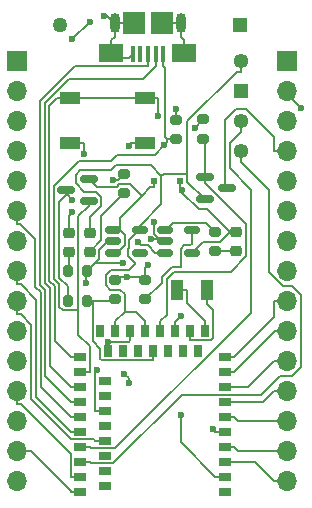
<source format=gtl>
G04 #@! TF.GenerationSoftware,KiCad,Pcbnew,6.0.1-79c1e3a40b~116~ubuntu21.04.1*
G04 #@! TF.CreationDate,2022-03-24T20:17:53+11:00*
G04 #@! TF.ProjectId,833iot,38333369-6f74-42e6-9b69-6361645f7063,rev?*
G04 #@! TF.SameCoordinates,Original*
G04 #@! TF.FileFunction,Copper,L1,Top*
G04 #@! TF.FilePolarity,Positive*
%FSLAX46Y46*%
G04 Gerber Fmt 4.6, Leading zero omitted, Abs format (unit mm)*
G04 Created by KiCad (PCBNEW 6.0.1-79c1e3a40b~116~ubuntu21.04.1) date 2022-03-24 20:17:53*
%MOMM*%
%LPD*%
G01*
G04 APERTURE LIST*
G04 Aperture macros list*
%AMRoundRect*
0 Rectangle with rounded corners*
0 $1 Rounding radius*
0 $2 $3 $4 $5 $6 $7 $8 $9 X,Y pos of 4 corners*
0 Add a 4 corners polygon primitive as box body*
4,1,4,$2,$3,$4,$5,$6,$7,$8,$9,$2,$3,0*
0 Add four circle primitives for the rounded corners*
1,1,$1+$1,$2,$3*
1,1,$1+$1,$4,$5*
1,1,$1+$1,$6,$7*
1,1,$1+$1,$8,$9*
0 Add four rect primitives between the rounded corners*
20,1,$1+$1,$2,$3,$4,$5,0*
20,1,$1+$1,$4,$5,$6,$7,0*
20,1,$1+$1,$6,$7,$8,$9,0*
20,1,$1+$1,$8,$9,$2,$3,0*%
G04 Aperture macros list end*
G04 #@! TA.AperFunction,SMDPad,CuDef*
%ADD10RoundRect,0.200000X0.275000X-0.200000X0.275000X0.200000X-0.275000X0.200000X-0.275000X-0.200000X0*%
G04 #@! TD*
G04 #@! TA.AperFunction,SMDPad,CuDef*
%ADD11R,0.400000X1.350000*%
G04 #@! TD*
G04 #@! TA.AperFunction,SMDPad,CuDef*
%ADD12R,2.100000X1.600000*%
G04 #@! TD*
G04 #@! TA.AperFunction,SMDPad,CuDef*
%ADD13R,1.900000X1.900000*%
G04 #@! TD*
G04 #@! TA.AperFunction,ComponentPad*
%ADD14O,0.850000X1.700000*%
G04 #@! TD*
G04 #@! TA.AperFunction,SMDPad,CuDef*
%ADD15R,1.700000X1.000000*%
G04 #@! TD*
G04 #@! TA.AperFunction,ComponentPad*
%ADD16R,1.700000X1.700000*%
G04 #@! TD*
G04 #@! TA.AperFunction,ComponentPad*
%ADD17O,1.700000X1.700000*%
G04 #@! TD*
G04 #@! TA.AperFunction,SMDPad,CuDef*
%ADD18R,1.000000X0.650000*%
G04 #@! TD*
G04 #@! TA.AperFunction,SMDPad,CuDef*
%ADD19R,0.650000X1.000000*%
G04 #@! TD*
G04 #@! TA.AperFunction,ComponentPad*
%ADD20R,0.650000X1.000000*%
G04 #@! TD*
G04 #@! TA.AperFunction,ComponentPad*
%ADD21R,1.000000X0.650000*%
G04 #@! TD*
G04 #@! TA.AperFunction,SMDPad,CuDef*
%ADD22RoundRect,0.218750X0.256250X-0.218750X0.256250X0.218750X-0.256250X0.218750X-0.256250X-0.218750X0*%
G04 #@! TD*
G04 #@! TA.AperFunction,SMDPad,CuDef*
%ADD23RoundRect,0.200000X-0.200000X-0.275000X0.200000X-0.275000X0.200000X0.275000X-0.200000X0.275000X0*%
G04 #@! TD*
G04 #@! TA.AperFunction,SMDPad,CuDef*
%ADD24R,1.000000X1.800000*%
G04 #@! TD*
G04 #@! TA.AperFunction,SMDPad,CuDef*
%ADD25RoundRect,0.150000X-0.512500X-0.150000X0.512500X-0.150000X0.512500X0.150000X-0.512500X0.150000X0*%
G04 #@! TD*
G04 #@! TA.AperFunction,ComponentPad*
%ADD26O,1.270000X1.270000*%
G04 #@! TD*
G04 #@! TA.AperFunction,ComponentPad*
%ADD27R,1.270000X1.270000*%
G04 #@! TD*
G04 #@! TA.AperFunction,SMDPad,CuDef*
%ADD28R,0.500000X0.500000*%
G04 #@! TD*
G04 #@! TA.AperFunction,ComponentPad*
%ADD29C,1.270000*%
G04 #@! TD*
G04 #@! TA.AperFunction,SMDPad,CuDef*
%ADD30RoundRect,0.150000X0.587500X0.150000X-0.587500X0.150000X-0.587500X-0.150000X0.587500X-0.150000X0*%
G04 #@! TD*
G04 #@! TA.AperFunction,SMDPad,CuDef*
%ADD31RoundRect,0.150000X-0.587500X-0.150000X0.587500X-0.150000X0.587500X0.150000X-0.587500X0.150000X0*%
G04 #@! TD*
G04 #@! TA.AperFunction,ViaPad*
%ADD32C,0.600000*%
G04 #@! TD*
G04 #@! TA.AperFunction,Conductor*
%ADD33C,0.200000*%
G04 #@! TD*
G04 APERTURE END LIST*
D10*
X32902500Y-42352800D03*
X32902500Y-40702800D03*
D11*
X28502500Y-25677800D03*
X27852500Y-25677800D03*
X27202500Y-25677800D03*
X26552500Y-25677800D03*
X25902500Y-25677800D03*
D12*
X30302500Y-25552800D03*
X24102500Y-25552800D03*
D13*
X28402500Y-23002800D03*
X26002500Y-23002800D03*
D14*
X30027500Y-23002800D03*
X24377500Y-23002800D03*
D15*
X26932500Y-29402800D03*
X20632500Y-29402800D03*
X20632500Y-33202800D03*
X26932500Y-33202800D03*
D10*
X31902500Y-32827800D03*
X31902500Y-31177800D03*
X29602500Y-32852800D03*
X29602500Y-31202800D03*
X24452500Y-46427800D03*
X24452500Y-44777800D03*
D16*
X39022500Y-26222800D03*
D17*
X39022500Y-28762800D03*
X39022500Y-31302800D03*
X39022500Y-33842800D03*
X39022500Y-36382800D03*
X39022500Y-38922800D03*
X39022500Y-41462800D03*
X39022500Y-44002800D03*
X39022500Y-46542800D03*
X39022500Y-49082800D03*
X39022500Y-51622800D03*
X39022500Y-54162800D03*
X39022500Y-56702800D03*
X39022500Y-59242800D03*
X39022500Y-61782800D03*
D18*
X33721500Y-62732800D03*
X33721500Y-61462800D03*
X33721500Y-60192800D03*
X33721500Y-58922800D03*
X33721500Y-57652800D03*
X33721500Y-56382800D03*
X33721500Y-55112800D03*
X33721500Y-53842800D03*
X33721500Y-52572800D03*
X33721500Y-51302800D03*
D19*
X32072500Y-49083800D03*
D20*
X31435500Y-50794800D03*
D19*
X30802500Y-49083800D03*
D20*
X30165500Y-50794800D03*
D19*
X29532500Y-49083800D03*
D20*
X28895500Y-50794800D03*
D19*
X28262500Y-49083800D03*
D20*
X27625500Y-50794800D03*
D19*
X26992500Y-49083800D03*
D20*
X26355500Y-50794800D03*
D19*
X25722500Y-49083800D03*
D20*
X25085500Y-50794800D03*
D19*
X24452500Y-49083800D03*
D20*
X23815500Y-50794800D03*
D19*
X23182500Y-49083800D03*
D18*
X21483500Y-51302800D03*
X21483500Y-52572800D03*
D21*
X23561500Y-53334800D03*
D18*
X21483500Y-53842800D03*
D21*
X23561500Y-54604800D03*
D18*
X21483500Y-55112800D03*
D21*
X23561500Y-55874800D03*
D18*
X21483500Y-56382800D03*
D21*
X23561500Y-57144800D03*
D18*
X21483500Y-57652800D03*
D21*
X23561500Y-58414800D03*
D18*
X21483500Y-58922800D03*
D21*
X23561500Y-59684800D03*
D18*
X21483500Y-60192800D03*
D21*
X23561500Y-60954800D03*
D18*
X21483500Y-61462800D03*
D21*
X23561500Y-62224800D03*
D18*
X21483500Y-62732800D03*
D22*
X22302500Y-42377800D03*
X22302500Y-40802800D03*
X20502500Y-42377800D03*
X20502500Y-40802800D03*
D23*
X20417500Y-46542800D03*
X22067500Y-46542800D03*
D22*
X34702500Y-42290300D03*
X34702500Y-40715300D03*
D24*
X32202500Y-45602800D03*
X29702500Y-45602800D03*
D25*
X28665000Y-40552800D03*
X28665000Y-41502800D03*
X28665000Y-42452800D03*
X30940000Y-42452800D03*
X30940000Y-40552800D03*
D10*
X26952500Y-46427800D03*
X26952500Y-44777800D03*
D26*
X35102500Y-26202800D03*
D27*
X35102500Y-28742800D03*
D26*
X35102500Y-31282800D03*
X35102500Y-33822800D03*
D28*
X27762500Y-36382800D03*
X29962500Y-36382800D03*
D23*
X20417500Y-44002800D03*
X22067500Y-44002800D03*
D25*
X24227500Y-40552800D03*
X24227500Y-41502800D03*
X24227500Y-42452800D03*
X26502500Y-42452800D03*
X26502500Y-40552800D03*
D29*
X19782500Y-23202800D03*
D27*
X35022500Y-23202800D03*
D30*
X22180000Y-38102800D03*
X22180000Y-36202800D03*
X20305000Y-37152800D03*
D16*
X16162500Y-26222800D03*
D17*
X16162500Y-28762800D03*
X16162500Y-31302800D03*
X16162500Y-33842800D03*
X16162500Y-36382800D03*
X16162500Y-38922800D03*
X16162500Y-41462800D03*
X16162500Y-44002800D03*
X16162500Y-46542800D03*
X16162500Y-49082800D03*
X16162500Y-51622800D03*
X16162500Y-54162800D03*
X16162500Y-56702800D03*
X16162500Y-59242800D03*
X16162500Y-61782800D03*
D10*
X25202500Y-37427800D03*
X25202500Y-35777800D03*
D31*
X32065000Y-36052800D03*
X32065000Y-37952800D03*
X33940000Y-37002800D03*
D32*
X25602533Y-53502775D03*
X25202533Y-52702775D03*
X40202533Y-30202775D03*
X23502533Y-22402775D03*
X25102533Y-43302775D03*
X21922900Y-44996400D03*
X22302533Y-22902775D03*
X23856657Y-50003498D03*
X20802533Y-24402775D03*
X27682600Y-39871000D03*
X32692900Y-57424500D03*
X27426013Y-41297530D03*
X21782800Y-34119500D03*
X29602500Y-30272800D03*
X27202533Y-43502775D03*
X31169200Y-31911100D03*
X24236400Y-36285000D03*
X25448600Y-44535000D03*
X25581300Y-33403700D03*
X26326444Y-41526686D03*
X20788900Y-37965500D03*
X28575300Y-33384700D03*
X30091000Y-37147800D03*
X29991500Y-56250000D03*
X20790600Y-39048800D03*
X28025200Y-30918600D03*
X30033700Y-47842600D03*
X22883300Y-52390015D03*
D33*
X25602533Y-53502775D02*
X25602533Y-53102775D01*
X25602533Y-53102775D02*
X25202533Y-52702775D01*
X39022500Y-28762800D02*
X39022500Y-29022742D01*
X39022500Y-29022742D02*
X40202533Y-30202775D01*
X32065000Y-36052800D02*
X32065000Y-36565200D01*
X35521600Y-42739100D02*
X34198800Y-44061900D01*
X34198800Y-44061900D02*
X29389100Y-44061900D01*
X29389100Y-44061900D02*
X28779800Y-44671200D01*
X28262500Y-49083800D02*
X28262500Y-48283500D01*
X32065000Y-32990300D02*
X32065000Y-36052800D01*
X28779800Y-47766200D02*
X28262500Y-48283500D01*
X31902500Y-32827800D02*
X32065000Y-32990300D01*
X28779800Y-44671200D02*
X28779800Y-47766200D01*
X35521600Y-40021800D02*
X35521600Y-42739100D01*
X32065000Y-36565200D02*
X35521600Y-40021800D01*
X27682600Y-40886600D02*
X28298800Y-41502800D01*
X24519500Y-25969800D02*
X25610500Y-25969800D01*
X24464700Y-23290300D02*
X24752200Y-23002800D01*
X28402500Y-23002800D02*
X29652800Y-23002800D01*
X24695300Y-36285000D02*
X25202500Y-35777800D01*
X22767525Y-43302775D02*
X25102533Y-43302775D01*
X24102500Y-25552800D02*
X24102500Y-24452500D01*
X24236400Y-36285000D02*
X24695300Y-36285000D01*
X24452500Y-44777800D02*
X24695300Y-44535000D01*
X30027500Y-23290300D02*
X30027500Y-24177500D01*
X24377500Y-23290300D02*
X24464700Y-23290300D01*
X20632500Y-33202800D02*
X21782800Y-33202800D01*
X30027500Y-24177500D02*
X30302500Y-24452500D01*
X30027500Y-23002800D02*
X30027500Y-23290300D01*
X23810400Y-41502800D02*
X24227500Y-41502800D01*
X26932500Y-33202800D02*
X25782200Y-33202800D01*
X25581300Y-33403700D02*
X25782200Y-33202800D01*
X21922900Y-44996400D02*
X21922900Y-44147400D01*
X29940300Y-23290300D02*
X29652800Y-23002800D01*
X30302500Y-25552800D02*
X30302500Y-24452500D01*
X23856657Y-50003498D02*
X23856657Y-50753643D01*
X22067500Y-44002800D02*
X23078700Y-42991600D01*
X30027500Y-23290300D02*
X29940300Y-23290300D01*
X23078700Y-42991600D02*
X23078700Y-42234500D01*
X23078700Y-42234500D02*
X23810400Y-41502800D01*
X25612100Y-49994500D02*
X25722500Y-49884100D01*
X27426013Y-41297530D02*
X28459730Y-41297530D01*
X22067500Y-44002800D02*
X22767525Y-43302775D01*
X23815500Y-50794800D02*
X23815500Y-49994500D01*
X28298800Y-41502800D02*
X28665000Y-41502800D01*
X29602500Y-30272800D02*
X29602500Y-31202800D01*
X25448600Y-44535000D02*
X26709700Y-44535000D01*
X24102500Y-25552800D02*
X24519500Y-25969800D01*
X23777475Y-22402775D02*
X24377500Y-23002800D01*
X21922900Y-44147400D02*
X22067500Y-44002800D01*
X28459730Y-41297530D02*
X28665000Y-41502800D01*
X27682600Y-39871000D02*
X27682600Y-40886600D01*
X22302533Y-22902775D02*
X20802533Y-24402775D01*
X24695300Y-44535000D02*
X25448600Y-44535000D01*
X25722500Y-49083800D02*
X25722500Y-49884100D01*
X26709700Y-44535000D02*
X26952500Y-44777800D01*
X25610500Y-25969800D02*
X25902500Y-25677800D01*
X31169200Y-31911100D02*
X31902500Y-31177800D01*
X24377500Y-24177500D02*
X24102500Y-24452500D01*
X26952500Y-44777800D02*
X26952500Y-43752808D01*
X33721500Y-57652800D02*
X32921200Y-57652800D01*
X26002500Y-23002800D02*
X24752200Y-23002800D01*
X23856657Y-50753643D02*
X23815500Y-50794800D01*
X24377500Y-23002800D02*
X24377500Y-23290300D01*
X24377500Y-23290300D02*
X24377500Y-24177500D01*
X23502533Y-22402775D02*
X23777475Y-22402775D01*
X32692900Y-57424500D02*
X32921200Y-57652800D01*
X26952500Y-43752808D02*
X27202533Y-43502775D01*
X21782800Y-33202800D02*
X21782800Y-34119500D01*
X23815500Y-49994500D02*
X25612100Y-49994500D01*
X32965000Y-42290300D02*
X32902500Y-42352800D01*
X34702500Y-42290300D02*
X32965000Y-42290300D01*
X29289900Y-39927900D02*
X32127600Y-39927900D01*
X32127600Y-39927900D02*
X32902500Y-40702800D01*
X28665000Y-40552800D02*
X29289900Y-39927900D01*
X22525900Y-49956000D02*
X23190100Y-50620200D01*
X22525900Y-46542800D02*
X22067500Y-46542800D01*
X22525900Y-46542800D02*
X22525900Y-49956000D01*
X23190100Y-51473800D02*
X23311400Y-51595100D01*
X24452500Y-46427800D02*
X24337500Y-46542800D01*
X23311400Y-51595100D02*
X27625500Y-51595100D01*
X24337500Y-46542800D02*
X22525900Y-46542800D01*
X23190100Y-50620200D02*
X23190100Y-51473800D01*
X27625500Y-50794800D02*
X27625500Y-51595100D01*
X27800717Y-42452800D02*
X28665000Y-42452800D01*
X20417500Y-45281700D02*
X20417500Y-46542800D01*
X19714600Y-44578800D02*
X20417500Y-45281700D01*
X20305000Y-37610600D02*
X19714600Y-38201000D01*
X19714600Y-38201000D02*
X19714600Y-44578800D01*
X20434000Y-37610600D02*
X20788900Y-37965500D01*
X26653038Y-41853280D02*
X27201197Y-41853280D01*
X26326444Y-41526686D02*
X26653038Y-41853280D01*
X27201197Y-41853280D02*
X27800717Y-42452800D01*
X20305000Y-37152800D02*
X20305000Y-37610600D01*
X20305000Y-37610600D02*
X20434000Y-37610600D01*
X30002533Y-43662380D02*
X29223613Y-43662381D01*
X29977980Y-42788997D02*
X30002533Y-42813550D01*
X29223613Y-43662381D02*
X28380280Y-44505714D01*
X30802533Y-41853280D02*
X30241303Y-41853280D01*
X30241303Y-41853280D02*
X29977980Y-42116603D01*
X29977980Y-42116603D02*
X29977980Y-42788997D01*
X28380280Y-44505714D02*
X28380280Y-45000020D01*
X28380280Y-45000020D02*
X26952500Y-46427800D01*
X30940000Y-40552800D02*
X30940000Y-41715813D01*
X30002533Y-42813550D02*
X30002533Y-43662380D01*
X30940000Y-41715813D02*
X30802533Y-41853280D01*
X20417500Y-44002800D02*
X20502500Y-43917800D01*
X20502500Y-43917800D02*
X20502500Y-42377800D01*
X28572700Y-33382100D02*
X28575300Y-33384700D01*
X34702500Y-40715300D02*
X34155400Y-40715300D01*
X21483500Y-52572800D02*
X22283800Y-52572800D01*
X22283800Y-50365500D02*
X21313200Y-49394900D01*
X28502500Y-25677800D02*
X28502500Y-26653100D01*
X24601800Y-34178400D02*
X27776400Y-34178400D01*
X34128400Y-40688200D02*
X32239300Y-38799200D01*
X19715500Y-45145800D02*
X19266500Y-44696800D01*
X21313200Y-47319000D02*
X21313200Y-39375200D01*
X19715500Y-47031500D02*
X19715500Y-45145800D01*
X31865000Y-41527800D02*
X30940000Y-42452800D01*
X28651300Y-32643800D02*
X28860300Y-32852800D01*
X20003000Y-47319000D02*
X19715500Y-47031500D01*
X21359000Y-34719900D02*
X24060300Y-34719900D01*
X29602500Y-32852800D02*
X28860300Y-32852800D01*
X28502500Y-26653100D02*
X28651300Y-26801900D01*
X19266500Y-44696800D02*
X19266500Y-36812400D01*
X32239300Y-38799200D02*
X31513400Y-38799200D01*
X28860300Y-32852800D02*
X28860300Y-33094500D01*
X28860300Y-33094500D02*
X28572700Y-33382100D01*
X27776400Y-34178400D02*
X28572700Y-33382100D01*
X21313200Y-49394900D02*
X21313200Y-47319000D01*
X22283800Y-52572800D02*
X22283800Y-50365500D01*
X24060300Y-34719900D02*
X24601800Y-34178400D01*
X28651300Y-26801900D02*
X28651300Y-32643800D01*
X34128400Y-40688200D02*
X33288800Y-41527800D01*
X29962500Y-36382800D02*
X29962500Y-37019300D01*
X29962500Y-37019300D02*
X30091000Y-37147800D01*
X21313200Y-47319000D02*
X20003000Y-47319000D01*
X22180000Y-38508400D02*
X22180000Y-38102800D01*
X31513400Y-38799200D02*
X30091000Y-37376800D01*
X21313200Y-39375200D02*
X22180000Y-38508400D01*
X19266500Y-36812400D02*
X21359000Y-34719900D01*
X33288800Y-41527800D02*
X31865000Y-41527800D01*
X34155400Y-40715300D02*
X34128400Y-40688200D01*
X30091000Y-37376800D02*
X30091000Y-37147800D01*
X23264100Y-41416200D02*
X23264100Y-39366200D01*
X23264100Y-39366200D02*
X25202500Y-37427800D01*
X22302500Y-42377800D02*
X23264100Y-41416200D01*
X24579900Y-42452800D02*
X25228700Y-41804000D01*
X25228700Y-41804000D02*
X25228700Y-40980800D01*
X24800700Y-39516100D02*
X26664300Y-37652500D01*
X22180000Y-36202800D02*
X22873100Y-36895900D01*
X25228700Y-40980800D02*
X24800700Y-40552800D01*
X24550500Y-36895900D02*
X24761000Y-36685400D01*
X27762500Y-36382800D02*
X27762500Y-36933100D01*
X26664300Y-37652500D02*
X27383700Y-36933100D01*
X24800700Y-40552800D02*
X24800700Y-39516100D01*
X22873100Y-36895900D02*
X24550500Y-36895900D01*
X24227500Y-42452800D02*
X24579900Y-42452800D01*
X27383700Y-36933100D02*
X27762500Y-36933100D01*
X24800700Y-40552800D02*
X24227500Y-40552800D01*
X25697100Y-36685400D02*
X26664300Y-37652500D01*
X24761000Y-36685400D02*
X25697100Y-36685400D01*
X21141400Y-36601700D02*
X21836000Y-37296300D01*
X25628220Y-41377088D02*
X26452508Y-40552800D01*
X21497500Y-35503700D02*
X21141400Y-35859800D01*
X25540480Y-42116603D02*
X25628220Y-42028863D01*
X28545900Y-35796100D02*
X28349000Y-35993000D01*
X25540480Y-42788997D02*
X25540480Y-42116603D01*
X24452500Y-48283500D02*
X25228700Y-47507300D01*
X24113384Y-43935489D02*
X25569819Y-43935489D01*
X22773500Y-37296300D02*
X23227500Y-37750300D01*
X26102533Y-43351050D02*
X25540480Y-42788997D01*
X25628220Y-42028863D02*
X25628220Y-41377088D01*
X26452508Y-40552800D02*
X26502500Y-40552800D01*
X21141400Y-35859800D02*
X21141400Y-36601700D01*
X35102500Y-26202800D02*
X35102500Y-27138100D01*
X25228700Y-46003700D02*
X24827800Y-45602800D01*
X23667100Y-44381773D02*
X24113384Y-43935489D01*
X26992500Y-49083800D02*
X26992500Y-48283500D01*
X25569819Y-43935489D02*
X26102533Y-43402775D01*
X25228700Y-47507300D02*
X25228700Y-46003700D01*
X30553300Y-36441100D02*
X30553300Y-35796100D01*
X25228700Y-47507300D02*
X26216300Y-47507300D01*
X24042900Y-35503700D02*
X21497500Y-35503700D01*
X28349000Y-38355700D02*
X28349000Y-35993000D01*
X22302500Y-39430500D02*
X22302500Y-40802800D01*
X30553300Y-31336600D02*
X34751800Y-27138100D01*
X26102533Y-43402775D02*
X26102533Y-43351050D01*
X32065000Y-37952800D02*
X30553300Y-36441100D01*
X24827800Y-45602800D02*
X24031100Y-45602800D01*
X21836000Y-37296300D02*
X22773500Y-37296300D01*
X23227500Y-38505500D02*
X22302500Y-39430500D01*
X26216300Y-47507300D02*
X26992500Y-48283500D01*
X30553300Y-35796100D02*
X28545900Y-35796100D01*
X24476500Y-35070100D02*
X24042900Y-35503700D01*
X24452500Y-49083800D02*
X24452500Y-48283500D01*
X26502500Y-40552800D02*
X26502500Y-40202200D01*
X27426100Y-35070100D02*
X24476500Y-35070100D01*
X34751800Y-27138100D02*
X35102500Y-27138100D01*
X26502500Y-40202200D02*
X28349000Y-38355700D01*
X23227500Y-37750300D02*
X23227500Y-38505500D01*
X30553300Y-35796100D02*
X30553300Y-31336600D01*
X24031100Y-45602800D02*
X23667100Y-45238800D01*
X28349000Y-35993000D02*
X27426100Y-35070100D01*
X23667100Y-45238800D02*
X23667100Y-44381773D01*
X39022500Y-33842800D02*
X37872200Y-33842800D01*
X37872200Y-32692500D02*
X37872200Y-33842800D01*
X34685600Y-30302300D02*
X35482000Y-30302300D01*
X33940000Y-37002800D02*
X33723100Y-36785900D01*
X33723100Y-36785900D02*
X33723100Y-31264800D01*
X33723100Y-31264800D02*
X34685600Y-30302300D01*
X35482000Y-30302300D02*
X37872200Y-32692500D01*
X29991600Y-56250000D02*
X29991500Y-56250000D01*
X20790600Y-39048800D02*
X20502500Y-39336900D01*
X29991600Y-58533200D02*
X29991600Y-56250000D01*
X32921200Y-61462800D02*
X29991600Y-58533200D01*
X20502500Y-39336900D02*
X20502500Y-40802800D01*
X33721500Y-61462800D02*
X32921200Y-61462800D01*
X32579500Y-49884100D02*
X32742500Y-49721100D01*
X32202500Y-45602800D02*
X32202500Y-46803100D01*
X32742500Y-47343100D02*
X32202500Y-46803100D01*
X32742500Y-49721100D02*
X32742500Y-47343100D01*
X30802500Y-49083800D02*
X30802500Y-49884100D01*
X30802500Y-49884100D02*
X32579500Y-49884100D01*
X32072500Y-49083800D02*
X32072500Y-48283500D01*
X30502800Y-46713800D02*
X30502800Y-45602800D01*
X32072500Y-48283500D02*
X30502800Y-46713800D01*
X29702500Y-45602800D02*
X30502800Y-45602800D01*
X18465900Y-45028400D02*
X18914900Y-45477400D01*
X26769300Y-27766200D02*
X20482500Y-27766200D01*
X18914900Y-45477400D02*
X18914900Y-52074500D01*
X21483500Y-53842800D02*
X20683200Y-53842800D01*
X27852500Y-26683000D02*
X26769300Y-27766200D01*
X27852500Y-25677800D02*
X27852500Y-26683000D01*
X20482500Y-27766200D02*
X18465900Y-29782800D01*
X18465900Y-29782800D02*
X18465900Y-45028400D01*
X18914900Y-52074500D02*
X20683200Y-53842800D01*
X18065600Y-45194200D02*
X18514600Y-45643200D01*
X21483500Y-55112800D02*
X20683200Y-55112800D01*
X27202500Y-26653100D02*
X21029500Y-26653100D01*
X18514600Y-45643200D02*
X18514600Y-52944200D01*
X18065600Y-29617000D02*
X18065600Y-45194200D01*
X18514600Y-52944200D02*
X20683200Y-55112800D01*
X27202500Y-25677800D02*
X27202500Y-26653100D01*
X21029500Y-26653100D02*
X18065600Y-29617000D01*
X26932500Y-29402800D02*
X20632500Y-29402800D01*
X19482200Y-29402800D02*
X18866200Y-30018800D01*
X19315200Y-49934800D02*
X20683200Y-51302800D01*
X20632500Y-29402800D02*
X19482200Y-29402800D01*
X28082800Y-29402800D02*
X28082800Y-30861000D01*
X21483500Y-51302800D02*
X20683200Y-51302800D01*
X19315200Y-45311600D02*
X19315200Y-49934800D01*
X26932500Y-29402800D02*
X28082800Y-29402800D01*
X18866200Y-44862600D02*
X19315200Y-45311600D01*
X28082800Y-30861000D02*
X28025200Y-30918600D01*
X18866200Y-30018800D02*
X18866200Y-44862600D01*
X29592800Y-48283500D02*
X29532500Y-48283500D01*
X29532500Y-49083800D02*
X29532500Y-48283500D01*
X30033700Y-47842600D02*
X29592800Y-48283500D01*
X33721500Y-51302800D02*
X34521800Y-51302800D01*
X37872200Y-46542800D02*
X37872200Y-47952400D01*
X37872200Y-47952400D02*
X34521800Y-51302800D01*
X39022500Y-46542800D02*
X37872200Y-46542800D01*
X33721500Y-52572800D02*
X34521800Y-52572800D01*
X37872200Y-49082800D02*
X37872200Y-49222400D01*
X37872200Y-49222400D02*
X34521800Y-52572800D01*
X39022500Y-49082800D02*
X37872200Y-49082800D01*
X35652200Y-53842800D02*
X33721500Y-53842800D01*
X39022500Y-51622800D02*
X37872200Y-51622800D01*
X37872200Y-51622800D02*
X35652200Y-53842800D01*
X37872200Y-54162800D02*
X36922200Y-55112800D01*
X36922200Y-55112800D02*
X33721500Y-55112800D01*
X39022500Y-54162800D02*
X37872200Y-54162800D01*
X33721500Y-56382800D02*
X34521800Y-56382800D01*
X34841800Y-56702800D02*
X34521800Y-56382800D01*
X39022500Y-56702800D02*
X34841800Y-56702800D01*
X34841800Y-59242800D02*
X34521800Y-58922800D01*
X33721500Y-58922800D02*
X34521800Y-58922800D01*
X39022500Y-59242800D02*
X34841800Y-59242800D01*
X39022500Y-61782800D02*
X37872200Y-61782800D01*
X37872200Y-61782800D02*
X36282200Y-60192800D01*
X36282200Y-60192800D02*
X33721500Y-60192800D01*
X22761200Y-52512115D02*
X22761200Y-55874800D01*
X22761200Y-55874800D02*
X23561500Y-55874800D01*
X22883300Y-52390015D02*
X22761200Y-52512115D01*
X17665300Y-41328100D02*
X17665300Y-45360000D01*
X21483500Y-56382800D02*
X20683200Y-56382800D01*
X18114300Y-45809000D02*
X18114300Y-53813900D01*
X16162500Y-38922800D02*
X16162500Y-40073100D01*
X16410300Y-40073100D02*
X17665300Y-41328100D01*
X17665300Y-45360000D02*
X18114300Y-45809000D01*
X16162500Y-40073100D02*
X16410300Y-40073100D01*
X18114300Y-53813900D02*
X20683200Y-56382800D01*
X16162500Y-45153100D02*
X16426000Y-45153100D01*
X17713100Y-46440200D02*
X17713100Y-54682700D01*
X21483500Y-57652800D02*
X20683200Y-57652800D01*
X17713100Y-54682700D02*
X20683200Y-57652800D01*
X16426000Y-45153100D02*
X17713100Y-46440200D01*
X16162500Y-44002800D02*
X16162500Y-45153100D01*
X20728800Y-58278200D02*
X22624600Y-58278200D01*
X16162500Y-47693100D02*
X16450200Y-47693100D01*
X16162500Y-46542800D02*
X16162500Y-47693100D01*
X23561500Y-58414800D02*
X22761200Y-58414800D01*
X17312800Y-54862200D02*
X20728800Y-58278200D01*
X17312800Y-48555700D02*
X17312800Y-54862200D01*
X16450200Y-47693100D02*
X17312800Y-48555700D01*
X22624600Y-58278200D02*
X22761200Y-58414800D01*
X20683200Y-59546100D02*
X20683200Y-61462800D01*
X16162500Y-54162800D02*
X16162500Y-55313100D01*
X21483500Y-61462800D02*
X20683200Y-61462800D01*
X16450200Y-55313100D02*
X20683200Y-59546100D01*
X16162500Y-55313100D02*
X16450200Y-55313100D01*
X21483500Y-62732800D02*
X20683200Y-62732800D01*
X20683200Y-62613200D02*
X20683200Y-62732800D01*
X16162500Y-59242800D02*
X17312800Y-59242800D01*
X17312800Y-59242800D02*
X20683200Y-62613200D01*
X24448400Y-59040200D02*
X35945000Y-47543600D01*
X34123500Y-35321100D02*
X34123500Y-33197100D01*
X21483500Y-58922800D02*
X22283800Y-58922800D01*
X34123500Y-33197100D02*
X35102500Y-32218100D01*
X22401200Y-59040200D02*
X24448400Y-59040200D01*
X35102500Y-31282800D02*
X35102500Y-32218100D01*
X35945000Y-37142600D02*
X34123500Y-35321100D01*
X35945000Y-47543600D02*
X35945000Y-37142600D01*
X22283800Y-58922800D02*
X22401200Y-59040200D01*
X38392300Y-52892800D02*
X39393900Y-52892800D01*
X30062200Y-54487500D02*
X36797600Y-54487500D01*
X22283800Y-60192800D02*
X22401200Y-60310200D01*
X40181000Y-52105700D02*
X40181000Y-46024800D01*
X37471800Y-44094100D02*
X37471800Y-37127400D01*
X35102500Y-33822800D02*
X35102500Y-34758100D01*
X39429000Y-45272800D02*
X38650500Y-45272800D01*
X21483500Y-60192800D02*
X22283800Y-60192800D01*
X39393900Y-52892800D02*
X40181000Y-52105700D01*
X22401200Y-60310200D02*
X24239500Y-60310200D01*
X38650500Y-45272800D02*
X37471800Y-44094100D01*
X24239500Y-60310200D02*
X30062200Y-54487500D01*
X40181000Y-46024800D02*
X39429000Y-45272800D01*
X37471800Y-37127400D02*
X35102500Y-34758100D01*
X36797600Y-54487500D02*
X38392300Y-52892800D01*
M02*

</source>
